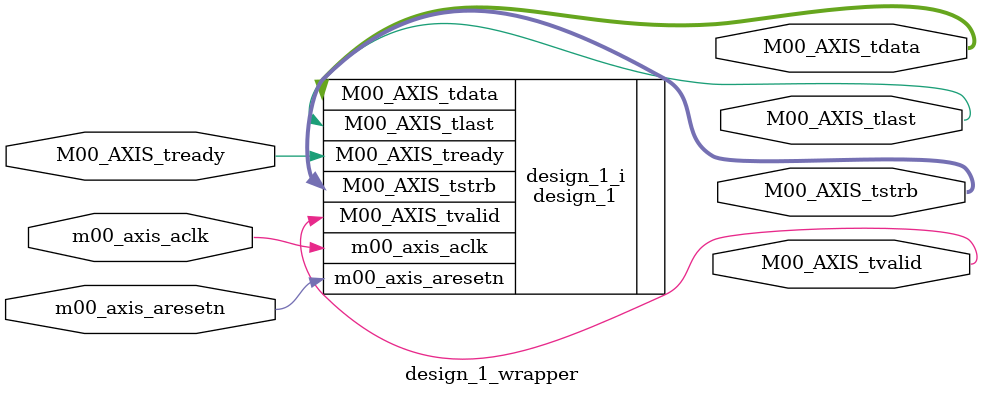
<source format=v>
`timescale 1 ps / 1 ps

module design_1_wrapper
   (M00_AXIS_tdata,
    M00_AXIS_tlast,
    M00_AXIS_tready,
    M00_AXIS_tstrb,
    M00_AXIS_tvalid,
    m00_axis_aclk,
    m00_axis_aresetn);
  output [31:0]M00_AXIS_tdata;
  output M00_AXIS_tlast;
  input M00_AXIS_tready;
  output [3:0]M00_AXIS_tstrb;
  output M00_AXIS_tvalid;
  input m00_axis_aclk;
  input m00_axis_aresetn;

  wire [31:0]M00_AXIS_tdata;
  wire M00_AXIS_tlast;
  wire M00_AXIS_tready;
  wire [3:0]M00_AXIS_tstrb;
  wire M00_AXIS_tvalid;
  wire m00_axis_aclk;
  wire m00_axis_aresetn;

design_1 design_1_i
       (.M00_AXIS_tdata(M00_AXIS_tdata),
        .M00_AXIS_tlast(M00_AXIS_tlast),
        .M00_AXIS_tready(M00_AXIS_tready),
        .M00_AXIS_tstrb(M00_AXIS_tstrb),
        .M00_AXIS_tvalid(M00_AXIS_tvalid),
        .m00_axis_aclk(m00_axis_aclk),
        .m00_axis_aresetn(m00_axis_aresetn));
endmodule

</source>
